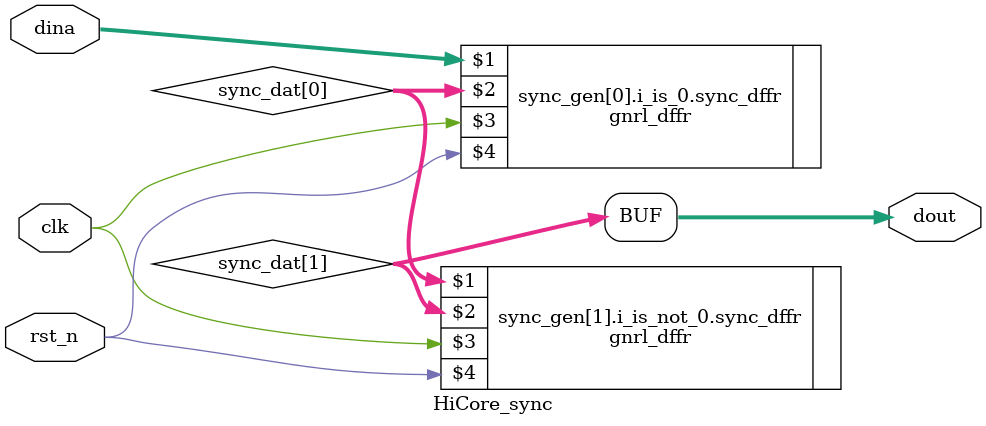
<source format=v>
module HiCore_pipe #(
    parameter CUT_READY = 0,
    parameter DW = 32
)(
    input           i_vld,
    output          i_rdy,
    input  [DW-1:0] i_dat,
    input           i_cancel,
    output          o_vld,
    input           o_rdy,
    output [DW-1:0] o_dat,
    output          o_cancel,
    
    input           branch,

    input           clk,
    input           rst_n
);

wire vld_set;
wire vld_clr;
wire vld_ena;
wire vld_r;
wire vld_nxt;

assign vld_set = i_vld & i_rdy;
assign vld_clr = o_vld & o_rdy;
assign vld_ena = vld_set | vld_clr;
assign vld_nxt = vld_set | (~vld_clr);

gnrl_dfflr #(1) vld_dfflr(vld_ena,vld_nxt,vld_r,clk,rst_n);
assign o_vld = vld_r;

gnrl_dfflr #(DW) dat_dfflr(vld_set, i_dat, o_dat, clk, rst_n);

wire cancel_ena = branch | vld_set;
wire cancel_nxt = (branch)? 1'b1: i_cancel;
gnrl_dfflr #(1) cancel_dfflr(cancel_ena,cancel_nxt,o_cancel,clk,rst_n); 

generate 
if (CUT_READY == 1) begin:cut_ready_pipe
    assign i_rdy = (~vld_r);
end
else begin:no_cut_ready_pipe
    assign i_rdy = (~vld_r) | vld_clr;
end
endgenerate

endmodule

// ================================================

module HiCore_sync_fifo #(
    parameter DP        = 1,
    parameter DW        = 32
)(
    input           i_vld,
    output          i_rdy,
    input  [DW-1:0] i_dat,
    output          o_vld,
    input           o_rdy,
    output [DW-1:0] o_dat,

    input           clk,
    input           rst_n
);

localparam PTR_W = $clog2(DP)+1;
generate 
if (DP == 1) begin:dp1_fifo
    HiCore_pipe #(
        .DW(DW),
        .CUT_READY(1)
    ) u_Hicore_pipe(
        .i_vld(i_vld),
        .i_rdy(i_rdy),
        .i_dat(i_dat),
        .o_vld(o_vld),
        .o_rdy(o_rdy),
        .o_dat(o_dat),
        .clk(clk),
        .rst_n(rst_n)
    );
end
else begin: dpn_fifo
    reg [DW-1:0] fifo_reg[DP-1:0];

    reg [PTR_W-1:0] wr_ptr;
    reg [PTR_W-1:0] rd_ptr;

    wire wen = i_vld & i_rdy;
    wire ren = o_vld & o_rdy;

    always @(posedge clk or negedge rst_n)begin
        if (~rst_n)
            wr_ptr<=0;
         else if (wen)
            wr_ptr<=wr_ptr+1;
        else wr_ptr<=wr_ptr; 
    end

    always @(posedge clk or negedge rst_n)begin
        if (~rst_n)
            rd_ptr<=0;
        else if (ren)
            rd_ptr<=rd_ptr+1;
        else rd_ptr<=0; 
    end

    integer i;
    always @(posedge clk)begin
        for (i=0;i<DP;i=i+1)begin
            if (wen && (i==wr_ptr))
                fifo_reg[i] <= i_dat;
            else 
                fifo_reg[i] <= fifo_reg[i];
        end
    end

    assign o_dat = fifo_reg[rd_ptr[PTR_W-1:0]];
    wire empty;
    wire full;
    assign full = (wr_ptr[PTR_W-1] ^ rd_ptr[PTR_W-1]) & (wr_ptr[PTR_W-2:0]==rd_ptr[PTR_W-2:0]);
    assign empty = (wr_ptr==rd_ptr);
    assign o_vld = ~empty;
    assign i_rdy = ~full;
end
endgenerate

endmodule

//module HiCore_bypbuf #(
//    parameter DP = 8,
//    parameter DW = 32
//)(
//    input           i_vld,
//    output          i_rdy,
//    input  [DW-1:0] i_dat,
//    output          o_vld,
//    input           o_rdy,
//    output [DW-1:0] o_dat,
//
//    input clk,
//    input rst_n
//);
//
//wire          fifo_i_vld;
//wire          fifo_i_rdy;
//wire [DW-1:0] fifo_i_dat;
//
//wire          fifo_o_vld;
//wire          fifo_o_rdy;
//wire [DW-1:0] fifo_o_dat;
//
//HiCore_fifo # (
//       .DP(DP),
//       .DW(DW)
//) u_bypbuf_fifo(
//    .i_vld   (fifo_i_vld),
//    .i_rdy   (fifo_i_rdy),
//    .i_dat   (fifo_i_dat),
//    .o_vld   (fifo_o_vld),
//    .o_rdy   (fifo_o_rdy),
//    .o_dat   (fifo_o_dat),
//    .clk     (clk  ),
//    .rst_n   (rst_n)
//);
//
//assign i_rdy = fifo_i_rdy;
//
//wire byp = i_vld & o_rdy & (~fifo_o_vld);
//
//assign fifo_o_rdy = o_rdy;
//assign o_vld = fifo_o_vld | i_vld;
//
//assign o_dat = fifo_o_vld ? fifo_o_dat:i_dat;
//assign fifo_i_dat = i_dat;
//
//assign fifo_i_vld = i_vld & (~byp);
//
//endmodule
module HiCore_sync#(
    parameter DP = 2,
    parameter DW = 32
)(
    input  [DW-1:0] dina,
    output [DW-1:0] dout,
    
    input  rst_n,
    input  clk
);
wire [DW-1:0] sync_dat [DP-1:0];
genvar i;
generate
    for (i=0;i<DP;i=i+1)begin:sync_gen
        if (i==0) begin: i_is_0
            gnrl_dffr #(DW) sync_dffr(dina,sync_dat[0],clk,rst_n);
        end
        else begin: i_is_not_0
            gnrl_dffr #(DW) sync_dffr(sync_dat[i-1],sync_dat[i],clk,rst_n);
        end
    end
endgenerate

assign dout = sync_dat[DP-1];
endmodule

</source>
